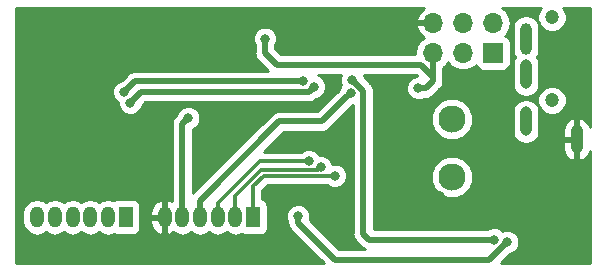
<source format=gtl>
G04 #@! TF.GenerationSoftware,KiCad,Pcbnew,(5.0.2)-1*
G04 #@! TF.CreationDate,2020-04-01T19:52:44+09:00*
G04 #@! TF.ProjectId,controller,636f6e74-726f-46c6-9c65-722e6b696361,rev?*
G04 #@! TF.SameCoordinates,Original*
G04 #@! TF.FileFunction,Copper,L1,Top*
G04 #@! TF.FilePolarity,Positive*
%FSLAX46Y46*%
G04 Gerber Fmt 4.6, Leading zero omitted, Abs format (unit mm)*
G04 Created by KiCad (PCBNEW (5.0.2)-1) date 2020/04/01 19:52:44*
%MOMM*%
%LPD*%
G01*
G04 APERTURE LIST*
G04 #@! TA.AperFunction,ComponentPad*
%ADD10R,1.700000X1.700000*%
G04 #@! TD*
G04 #@! TA.AperFunction,ComponentPad*
%ADD11O,1.700000X1.700000*%
G04 #@! TD*
G04 #@! TA.AperFunction,ComponentPad*
%ADD12C,2.300000*%
G04 #@! TD*
G04 #@! TA.AperFunction,ComponentPad*
%ADD13O,1.000000X2.500000*%
G04 #@! TD*
G04 #@! TA.AperFunction,ComponentPad*
%ADD14O,1.000000X2.700000*%
G04 #@! TD*
G04 #@! TA.AperFunction,ComponentPad*
%ADD15C,1.200000*%
G04 #@! TD*
G04 #@! TA.AperFunction,ComponentPad*
%ADD16O,1.200000X1.800000*%
G04 #@! TD*
G04 #@! TA.AperFunction,ComponentPad*
%ADD17R,1.200000X1.800000*%
G04 #@! TD*
G04 #@! TA.AperFunction,ViaPad*
%ADD18C,0.800000*%
G04 #@! TD*
G04 #@! TA.AperFunction,Conductor*
%ADD19C,0.500000*%
G04 #@! TD*
G04 #@! TA.AperFunction,Conductor*
%ADD20C,0.300000*%
G04 #@! TD*
G04 #@! TA.AperFunction,Conductor*
%ADD21C,0.254000*%
G04 #@! TD*
G04 APERTURE END LIST*
D10*
G04 #@! TO.P,J1,1*
G04 #@! TO.N,/MISO*
X91100000Y-54500000D03*
D11*
G04 #@! TO.P,J1,2*
G04 #@! TO.N,+5V*
X91100000Y-51960000D03*
G04 #@! TO.P,J1,3*
G04 #@! TO.N,/SCK*
X88560000Y-54500000D03*
G04 #@! TO.P,J1,4*
G04 #@! TO.N,/MOSI*
X88560000Y-51960000D03*
G04 #@! TO.P,J1,5*
G04 #@! TO.N,/RESET*
X86020000Y-54500000D03*
G04 #@! TO.P,J1,6*
G04 #@! TO.N,GND*
X86020000Y-51960000D03*
G04 #@! TD*
D12*
G04 #@! TO.P,Y1,1*
G04 #@! TO.N,Net-(C8-Pad1)*
X87600000Y-65000000D03*
G04 #@! TO.P,Y1,2*
G04 #@! TO.N,Net-(C9-Pad1)*
X87600000Y-60100000D03*
G04 #@! TD*
D13*
G04 #@! TO.P,J3,S*
G04 #@! TO.N,GND*
X98200000Y-61800000D03*
G04 #@! TO.P,J3,T*
G04 #@! TO.N,+5V*
X93900000Y-60300000D03*
G04 #@! TO.P,J3,R1*
G04 #@! TO.N,/Rx*
X93900000Y-56300000D03*
D14*
G04 #@! TO.P,J3,R2*
G04 #@! TO.N,/Tx*
X93900000Y-53300000D03*
D15*
G04 #@! TO.P,J3,*
G04 #@! TO.N,*
X96100000Y-51500000D03*
X96100000Y-58500000D03*
G04 #@! TD*
D16*
G04 #@! TO.P,J4,6*
G04 #@! TO.N,/DRAIN*
X52500000Y-68400000D03*
G04 #@! TO.P,J4,5*
G04 #@! TO.N,/MUX_EN*
X54000000Y-68400000D03*
G04 #@! TO.P,J4,4*
G04 #@! TO.N,/MUX_C*
X55500000Y-68400000D03*
G04 #@! TO.P,J4,3*
G04 #@! TO.N,/MUX_B*
X57000000Y-68400000D03*
G04 #@! TO.P,J4,2*
G04 #@! TO.N,/MUX_A*
X58500000Y-68400000D03*
D17*
G04 #@! TO.P,J4,1*
G04 #@! TO.N,+5V*
X60000000Y-68400000D03*
G04 #@! TD*
G04 #@! TO.P,J5,1*
G04 #@! TO.N,/COL_A*
X70800000Y-68400000D03*
D16*
G04 #@! TO.P,J5,2*
G04 #@! TO.N,/COL_B*
X69300000Y-68400000D03*
G04 #@! TO.P,J5,3*
G04 #@! TO.N,/COL_C*
X67800000Y-68400000D03*
G04 #@! TO.P,J5,4*
G04 #@! TO.N,/COL_EN*
X66300000Y-68400000D03*
G04 #@! TO.P,J5,5*
G04 #@! TO.N,/READ*
X64800000Y-68400000D03*
G04 #@! TO.P,J5,6*
G04 #@! TO.N,GND*
X63300000Y-68400000D03*
G04 #@! TD*
D18*
G04 #@! TO.N,GND*
X84900000Y-61900000D03*
X86600000Y-58200000D03*
X86600001Y-66600001D03*
X90072287Y-66600001D03*
X90200000Y-58200000D03*
X92225010Y-61900000D03*
X92225010Y-58887037D03*
G04 #@! TO.N,/READ*
X65300000Y-60000000D03*
G04 #@! TO.N,/COL_EN*
X79048952Y-57851048D03*
G04 #@! TO.N,/COL_C*
X75500000Y-63649979D03*
G04 #@! TO.N,/COL_B*
X76500000Y-64149990D03*
G04 #@! TO.N,/COL_A*
X77700000Y-64900000D03*
G04 #@! TO.N,/RESET*
X84777952Y-57477951D03*
X71800000Y-53300000D03*
G04 #@! TO.N,/CLKLED*
X74600000Y-68300000D03*
X92300000Y-70500000D03*
G04 #@! TO.N,/RXLED*
X91200000Y-70300000D03*
X79200000Y-56800000D03*
G04 #@! TO.N,/D+*
X59900000Y-57800000D03*
X75050010Y-56915644D03*
G04 #@! TO.N,/D-*
X60400000Y-58700000D03*
X75941848Y-57368026D03*
G04 #@! TD*
D19*
G04 #@! TO.N,GND*
X84900000Y-61900000D02*
X84900000Y-59900000D01*
X84900000Y-59900000D02*
X86600000Y-58200000D01*
G04 #@! TO.N,/READ*
X64800000Y-60500000D02*
X64800000Y-68400000D01*
X65300000Y-60000000D02*
X64800000Y-60500000D01*
G04 #@! TO.N,/COL_EN*
X76600000Y-60300000D02*
X78648953Y-58251047D01*
X66300000Y-67000000D02*
X73000000Y-60300000D01*
X66300000Y-68400000D02*
X66300000Y-67000000D01*
X78648953Y-58251047D02*
X79048952Y-57851048D01*
X73000000Y-60300000D02*
X76600000Y-60300000D01*
D20*
G04 #@! TO.N,/COL_C*
X67800000Y-67200000D02*
X71350021Y-63649979D01*
X71350021Y-63649979D02*
X74934315Y-63649979D01*
X74934315Y-63649979D02*
X75500000Y-63649979D01*
X67800000Y-68400000D02*
X67800000Y-67200000D01*
G04 #@! TO.N,/COL_B*
X71492889Y-64399989D02*
X76250001Y-64399989D01*
X76250001Y-64399989D02*
X76500000Y-64149990D01*
X69300000Y-66592878D02*
X71492889Y-64399989D01*
X69300000Y-68400000D02*
X69300000Y-66592878D01*
G04 #@! TO.N,/COL_A*
X70800000Y-68400000D02*
X70800000Y-65800000D01*
X71700000Y-64900000D02*
X77700000Y-64900000D01*
X70800000Y-65800000D02*
X71700000Y-64900000D01*
D19*
G04 #@! TO.N,/RESET*
X86020000Y-55702081D02*
X86000000Y-55722081D01*
X86020000Y-54500000D02*
X86020000Y-55702081D01*
X86000000Y-55722081D02*
X86000000Y-56900000D01*
X85422049Y-57477951D02*
X84777952Y-57477951D01*
X86000000Y-56900000D02*
X85422049Y-57477951D01*
X86000000Y-56900000D02*
X86000000Y-56500000D01*
X86000000Y-56500000D02*
X85000000Y-55500000D01*
X85000000Y-55500000D02*
X72800000Y-55500000D01*
X72800000Y-55500000D02*
X71800000Y-54500000D01*
X71800000Y-54500000D02*
X71800000Y-53300000D01*
G04 #@! TO.N,/CLKLED*
X74600000Y-68865685D02*
X77734315Y-72000000D01*
X74600000Y-68300000D02*
X74600000Y-68865685D01*
X77734315Y-72000000D02*
X90800000Y-72000000D01*
X90800000Y-72000000D02*
X92300000Y-70500000D01*
G04 #@! TO.N,/RXLED*
X91200000Y-70300000D02*
X90634315Y-70300000D01*
X90634315Y-70300000D02*
X80600000Y-70300000D01*
X80600000Y-70300000D02*
X80100000Y-69800000D01*
X80100000Y-57700000D02*
X79200000Y-56800000D01*
X80100000Y-69800000D02*
X80100000Y-57700000D01*
G04 #@! TO.N,/D+*
X59900000Y-57800000D02*
X60784356Y-56915644D01*
X74484325Y-56915644D02*
X75050010Y-56915644D01*
X60784356Y-56915644D02*
X74484325Y-56915644D01*
G04 #@! TO.N,/D-*
X60400000Y-58700000D02*
X61300000Y-57800000D01*
X61300000Y-57800000D02*
X75509874Y-57800000D01*
X75541849Y-57768025D02*
X75941848Y-57368026D01*
X75509874Y-57800000D02*
X75541849Y-57768025D01*
G04 #@! TD*
D21*
G04 #@! TO.N,GND*
G36*
X84824817Y-51078642D02*
X84578514Y-51603108D01*
X84699181Y-51833000D01*
X85893000Y-51833000D01*
X85893000Y-51813000D01*
X86147000Y-51813000D01*
X86147000Y-51833000D01*
X86167000Y-51833000D01*
X86167000Y-52087000D01*
X86147000Y-52087000D01*
X86147000Y-52107000D01*
X85893000Y-52107000D01*
X85893000Y-52087000D01*
X84699181Y-52087000D01*
X84578514Y-52316892D01*
X84824817Y-52841358D01*
X85249786Y-53228647D01*
X84949375Y-53429375D01*
X84621161Y-53920582D01*
X84505908Y-54500000D01*
X84528783Y-54615000D01*
X73166579Y-54615000D01*
X72685000Y-54133422D01*
X72685000Y-53868007D01*
X72835000Y-53505874D01*
X72835000Y-53094126D01*
X72677431Y-52713720D01*
X72386280Y-52422569D01*
X72005874Y-52265000D01*
X71594126Y-52265000D01*
X71213720Y-52422569D01*
X70922569Y-52713720D01*
X70765000Y-53094126D01*
X70765000Y-53505874D01*
X70915001Y-53868008D01*
X70915000Y-54412839D01*
X70897663Y-54500000D01*
X70915000Y-54587161D01*
X70915000Y-54587164D01*
X70966348Y-54845309D01*
X71161951Y-55138049D01*
X71235847Y-55187425D01*
X72079065Y-56030644D01*
X60871515Y-56030644D01*
X60784355Y-56013307D01*
X60697195Y-56030644D01*
X60697191Y-56030644D01*
X60439046Y-56081992D01*
X60439044Y-56081993D01*
X60439045Y-56081993D01*
X60220201Y-56228220D01*
X60220200Y-56228221D01*
X60146307Y-56277595D01*
X60096933Y-56351488D01*
X59675852Y-56772569D01*
X59313720Y-56922569D01*
X59022569Y-57213720D01*
X58865000Y-57594126D01*
X58865000Y-58005874D01*
X59022569Y-58386280D01*
X59313720Y-58677431D01*
X59365000Y-58698672D01*
X59365000Y-58905874D01*
X59522569Y-59286280D01*
X59813720Y-59577431D01*
X60194126Y-59735000D01*
X60605874Y-59735000D01*
X60986280Y-59577431D01*
X61277431Y-59286280D01*
X61427431Y-58924148D01*
X61666579Y-58685000D01*
X75422713Y-58685000D01*
X75509874Y-58702337D01*
X75597035Y-58685000D01*
X75597039Y-58685000D01*
X75855184Y-58633652D01*
X76147923Y-58438049D01*
X76180357Y-58389508D01*
X76528128Y-58245457D01*
X76819279Y-57954306D01*
X76976848Y-57573900D01*
X76976848Y-57162152D01*
X76819279Y-56781746D01*
X76528128Y-56490595D01*
X76273199Y-56385000D01*
X78251623Y-56385000D01*
X78165000Y-56594126D01*
X78165000Y-57005874D01*
X78242738Y-57193551D01*
X78171521Y-57264768D01*
X78021522Y-57626899D01*
X76233422Y-59415000D01*
X73087161Y-59415000D01*
X73000000Y-59397663D01*
X72912839Y-59415000D01*
X72912835Y-59415000D01*
X72654690Y-59466348D01*
X72435845Y-59612576D01*
X72435844Y-59612577D01*
X72361951Y-59661951D01*
X72312577Y-59735844D01*
X65735845Y-66312577D01*
X65685000Y-66346551D01*
X65685000Y-60960804D01*
X65886280Y-60877431D01*
X66177431Y-60586280D01*
X66335000Y-60205874D01*
X66335000Y-59794126D01*
X66177431Y-59413720D01*
X65886280Y-59122569D01*
X65505874Y-58965000D01*
X65094126Y-58965000D01*
X64713720Y-59122569D01*
X64422569Y-59413720D01*
X64272569Y-59775853D01*
X64235847Y-59812575D01*
X64161951Y-59861951D01*
X63966348Y-60154691D01*
X63915000Y-60412836D01*
X63915000Y-60412839D01*
X63897663Y-60500000D01*
X63915000Y-60587161D01*
X63915001Y-67047799D01*
X63655281Y-66910408D01*
X63617609Y-66906538D01*
X63427000Y-67031269D01*
X63427000Y-68273000D01*
X63447000Y-68273000D01*
X63447000Y-68527000D01*
X63427000Y-68527000D01*
X63427000Y-69768731D01*
X63617609Y-69893462D01*
X63655281Y-69889592D01*
X64047160Y-69682290D01*
X64318127Y-69863344D01*
X64800000Y-69959195D01*
X65281872Y-69863344D01*
X65550000Y-69684187D01*
X65818127Y-69863344D01*
X66300000Y-69959195D01*
X66781872Y-69863344D01*
X67050000Y-69684187D01*
X67318127Y-69863344D01*
X67800000Y-69959195D01*
X68281872Y-69863344D01*
X68550000Y-69684187D01*
X68818127Y-69863344D01*
X69300000Y-69959195D01*
X69781872Y-69863344D01*
X69841003Y-69823834D01*
X69952235Y-69898157D01*
X70200000Y-69947440D01*
X71400000Y-69947440D01*
X71647765Y-69898157D01*
X71857809Y-69757809D01*
X71998157Y-69547765D01*
X72047440Y-69300000D01*
X72047440Y-67500000D01*
X71998157Y-67252235D01*
X71857809Y-67042191D01*
X71647765Y-66901843D01*
X71585000Y-66889358D01*
X71585000Y-66125157D01*
X72025158Y-65685000D01*
X77021289Y-65685000D01*
X77113720Y-65777431D01*
X77494126Y-65935000D01*
X77905874Y-65935000D01*
X78286280Y-65777431D01*
X78577431Y-65486280D01*
X78735000Y-65105874D01*
X78735000Y-64694126D01*
X78577431Y-64313720D01*
X78286280Y-64022569D01*
X77905874Y-63865000D01*
X77502229Y-63865000D01*
X77377431Y-63563710D01*
X77086280Y-63272559D01*
X76705874Y-63114990D01*
X76398676Y-63114990D01*
X76377431Y-63063699D01*
X76086280Y-62772548D01*
X75705874Y-62614979D01*
X75294126Y-62614979D01*
X74913720Y-62772548D01*
X74821289Y-62864979D01*
X71686600Y-62864979D01*
X73366579Y-61185000D01*
X76512839Y-61185000D01*
X76600000Y-61202337D01*
X76687161Y-61185000D01*
X76687165Y-61185000D01*
X76945310Y-61133652D01*
X77238049Y-60938049D01*
X77287425Y-60864153D01*
X79215001Y-58936578D01*
X79215000Y-69712839D01*
X79197663Y-69800000D01*
X79215000Y-69887161D01*
X79215000Y-69887164D01*
X79266348Y-70145309D01*
X79461951Y-70438049D01*
X79535847Y-70487425D01*
X79912575Y-70864153D01*
X79961951Y-70938049D01*
X80226775Y-71115000D01*
X78100894Y-71115000D01*
X75593048Y-68607155D01*
X75635000Y-68505874D01*
X75635000Y-68094126D01*
X75477431Y-67713720D01*
X75186280Y-67422569D01*
X74805874Y-67265000D01*
X74394126Y-67265000D01*
X74013720Y-67422569D01*
X73722569Y-67713720D01*
X73565000Y-68094126D01*
X73565000Y-68505874D01*
X73702975Y-68838977D01*
X73697663Y-68865685D01*
X73715000Y-68952846D01*
X73715000Y-68952850D01*
X73766348Y-69210995D01*
X73819103Y-69289947D01*
X73907719Y-69422569D01*
X73961952Y-69503734D01*
X74035845Y-69553108D01*
X76772736Y-72290000D01*
X50710000Y-72290000D01*
X50710000Y-67978364D01*
X51265000Y-67978364D01*
X51265000Y-68821635D01*
X51336656Y-69181872D01*
X51609615Y-69590385D01*
X52018127Y-69863344D01*
X52500000Y-69959195D01*
X52981872Y-69863344D01*
X53250000Y-69684187D01*
X53518127Y-69863344D01*
X54000000Y-69959195D01*
X54481872Y-69863344D01*
X54750000Y-69684187D01*
X55018127Y-69863344D01*
X55500000Y-69959195D01*
X55981872Y-69863344D01*
X56250000Y-69684187D01*
X56518127Y-69863344D01*
X57000000Y-69959195D01*
X57481872Y-69863344D01*
X57750000Y-69684187D01*
X58018127Y-69863344D01*
X58500000Y-69959195D01*
X58981872Y-69863344D01*
X59041003Y-69823834D01*
X59152235Y-69898157D01*
X59400000Y-69947440D01*
X60600000Y-69947440D01*
X60847765Y-69898157D01*
X61057809Y-69757809D01*
X61198157Y-69547765D01*
X61247440Y-69300000D01*
X61247440Y-68527000D01*
X62065000Y-68527000D01*
X62065000Y-68827000D01*
X62207610Y-69289947D01*
X62516526Y-69663080D01*
X62944719Y-69889592D01*
X62982391Y-69893462D01*
X63173000Y-69768731D01*
X63173000Y-68527000D01*
X62065000Y-68527000D01*
X61247440Y-68527000D01*
X61247440Y-67973000D01*
X62065000Y-67973000D01*
X62065000Y-68273000D01*
X63173000Y-68273000D01*
X63173000Y-67031269D01*
X62982391Y-66906538D01*
X62944719Y-66910408D01*
X62516526Y-67136920D01*
X62207610Y-67510053D01*
X62065000Y-67973000D01*
X61247440Y-67973000D01*
X61247440Y-67500000D01*
X61198157Y-67252235D01*
X61057809Y-67042191D01*
X60847765Y-66901843D01*
X60600000Y-66852560D01*
X59400000Y-66852560D01*
X59152235Y-66901843D01*
X59041004Y-66976166D01*
X58981873Y-66936656D01*
X58500000Y-66840805D01*
X58018128Y-66936656D01*
X57750001Y-67115813D01*
X57481873Y-66936656D01*
X57000000Y-66840805D01*
X56518128Y-66936656D01*
X56250001Y-67115813D01*
X55981873Y-66936656D01*
X55500000Y-66840805D01*
X55018128Y-66936656D01*
X54750001Y-67115813D01*
X54481873Y-66936656D01*
X54000000Y-66840805D01*
X53518128Y-66936656D01*
X53250001Y-67115813D01*
X52981873Y-66936656D01*
X52500000Y-66840805D01*
X52018128Y-66936656D01*
X51609616Y-67209615D01*
X51336656Y-67618127D01*
X51265000Y-67978364D01*
X50710000Y-67978364D01*
X50710000Y-50710000D01*
X85229325Y-50710000D01*
X84824817Y-51078642D01*
X84824817Y-51078642D01*
G37*
X84824817Y-51078642D02*
X84578514Y-51603108D01*
X84699181Y-51833000D01*
X85893000Y-51833000D01*
X85893000Y-51813000D01*
X86147000Y-51813000D01*
X86147000Y-51833000D01*
X86167000Y-51833000D01*
X86167000Y-52087000D01*
X86147000Y-52087000D01*
X86147000Y-52107000D01*
X85893000Y-52107000D01*
X85893000Y-52087000D01*
X84699181Y-52087000D01*
X84578514Y-52316892D01*
X84824817Y-52841358D01*
X85249786Y-53228647D01*
X84949375Y-53429375D01*
X84621161Y-53920582D01*
X84505908Y-54500000D01*
X84528783Y-54615000D01*
X73166579Y-54615000D01*
X72685000Y-54133422D01*
X72685000Y-53868007D01*
X72835000Y-53505874D01*
X72835000Y-53094126D01*
X72677431Y-52713720D01*
X72386280Y-52422569D01*
X72005874Y-52265000D01*
X71594126Y-52265000D01*
X71213720Y-52422569D01*
X70922569Y-52713720D01*
X70765000Y-53094126D01*
X70765000Y-53505874D01*
X70915001Y-53868008D01*
X70915000Y-54412839D01*
X70897663Y-54500000D01*
X70915000Y-54587161D01*
X70915000Y-54587164D01*
X70966348Y-54845309D01*
X71161951Y-55138049D01*
X71235847Y-55187425D01*
X72079065Y-56030644D01*
X60871515Y-56030644D01*
X60784355Y-56013307D01*
X60697195Y-56030644D01*
X60697191Y-56030644D01*
X60439046Y-56081992D01*
X60439044Y-56081993D01*
X60439045Y-56081993D01*
X60220201Y-56228220D01*
X60220200Y-56228221D01*
X60146307Y-56277595D01*
X60096933Y-56351488D01*
X59675852Y-56772569D01*
X59313720Y-56922569D01*
X59022569Y-57213720D01*
X58865000Y-57594126D01*
X58865000Y-58005874D01*
X59022569Y-58386280D01*
X59313720Y-58677431D01*
X59365000Y-58698672D01*
X59365000Y-58905874D01*
X59522569Y-59286280D01*
X59813720Y-59577431D01*
X60194126Y-59735000D01*
X60605874Y-59735000D01*
X60986280Y-59577431D01*
X61277431Y-59286280D01*
X61427431Y-58924148D01*
X61666579Y-58685000D01*
X75422713Y-58685000D01*
X75509874Y-58702337D01*
X75597035Y-58685000D01*
X75597039Y-58685000D01*
X75855184Y-58633652D01*
X76147923Y-58438049D01*
X76180357Y-58389508D01*
X76528128Y-58245457D01*
X76819279Y-57954306D01*
X76976848Y-57573900D01*
X76976848Y-57162152D01*
X76819279Y-56781746D01*
X76528128Y-56490595D01*
X76273199Y-56385000D01*
X78251623Y-56385000D01*
X78165000Y-56594126D01*
X78165000Y-57005874D01*
X78242738Y-57193551D01*
X78171521Y-57264768D01*
X78021522Y-57626899D01*
X76233422Y-59415000D01*
X73087161Y-59415000D01*
X73000000Y-59397663D01*
X72912839Y-59415000D01*
X72912835Y-59415000D01*
X72654690Y-59466348D01*
X72435845Y-59612576D01*
X72435844Y-59612577D01*
X72361951Y-59661951D01*
X72312577Y-59735844D01*
X65735845Y-66312577D01*
X65685000Y-66346551D01*
X65685000Y-60960804D01*
X65886280Y-60877431D01*
X66177431Y-60586280D01*
X66335000Y-60205874D01*
X66335000Y-59794126D01*
X66177431Y-59413720D01*
X65886280Y-59122569D01*
X65505874Y-58965000D01*
X65094126Y-58965000D01*
X64713720Y-59122569D01*
X64422569Y-59413720D01*
X64272569Y-59775853D01*
X64235847Y-59812575D01*
X64161951Y-59861951D01*
X63966348Y-60154691D01*
X63915000Y-60412836D01*
X63915000Y-60412839D01*
X63897663Y-60500000D01*
X63915000Y-60587161D01*
X63915001Y-67047799D01*
X63655281Y-66910408D01*
X63617609Y-66906538D01*
X63427000Y-67031269D01*
X63427000Y-68273000D01*
X63447000Y-68273000D01*
X63447000Y-68527000D01*
X63427000Y-68527000D01*
X63427000Y-69768731D01*
X63617609Y-69893462D01*
X63655281Y-69889592D01*
X64047160Y-69682290D01*
X64318127Y-69863344D01*
X64800000Y-69959195D01*
X65281872Y-69863344D01*
X65550000Y-69684187D01*
X65818127Y-69863344D01*
X66300000Y-69959195D01*
X66781872Y-69863344D01*
X67050000Y-69684187D01*
X67318127Y-69863344D01*
X67800000Y-69959195D01*
X68281872Y-69863344D01*
X68550000Y-69684187D01*
X68818127Y-69863344D01*
X69300000Y-69959195D01*
X69781872Y-69863344D01*
X69841003Y-69823834D01*
X69952235Y-69898157D01*
X70200000Y-69947440D01*
X71400000Y-69947440D01*
X71647765Y-69898157D01*
X71857809Y-69757809D01*
X71998157Y-69547765D01*
X72047440Y-69300000D01*
X72047440Y-67500000D01*
X71998157Y-67252235D01*
X71857809Y-67042191D01*
X71647765Y-66901843D01*
X71585000Y-66889358D01*
X71585000Y-66125157D01*
X72025158Y-65685000D01*
X77021289Y-65685000D01*
X77113720Y-65777431D01*
X77494126Y-65935000D01*
X77905874Y-65935000D01*
X78286280Y-65777431D01*
X78577431Y-65486280D01*
X78735000Y-65105874D01*
X78735000Y-64694126D01*
X78577431Y-64313720D01*
X78286280Y-64022569D01*
X77905874Y-63865000D01*
X77502229Y-63865000D01*
X77377431Y-63563710D01*
X77086280Y-63272559D01*
X76705874Y-63114990D01*
X76398676Y-63114990D01*
X76377431Y-63063699D01*
X76086280Y-62772548D01*
X75705874Y-62614979D01*
X75294126Y-62614979D01*
X74913720Y-62772548D01*
X74821289Y-62864979D01*
X71686600Y-62864979D01*
X73366579Y-61185000D01*
X76512839Y-61185000D01*
X76600000Y-61202337D01*
X76687161Y-61185000D01*
X76687165Y-61185000D01*
X76945310Y-61133652D01*
X77238049Y-60938049D01*
X77287425Y-60864153D01*
X79215001Y-58936578D01*
X79215000Y-69712839D01*
X79197663Y-69800000D01*
X79215000Y-69887161D01*
X79215000Y-69887164D01*
X79266348Y-70145309D01*
X79461951Y-70438049D01*
X79535847Y-70487425D01*
X79912575Y-70864153D01*
X79961951Y-70938049D01*
X80226775Y-71115000D01*
X78100894Y-71115000D01*
X75593048Y-68607155D01*
X75635000Y-68505874D01*
X75635000Y-68094126D01*
X75477431Y-67713720D01*
X75186280Y-67422569D01*
X74805874Y-67265000D01*
X74394126Y-67265000D01*
X74013720Y-67422569D01*
X73722569Y-67713720D01*
X73565000Y-68094126D01*
X73565000Y-68505874D01*
X73702975Y-68838977D01*
X73697663Y-68865685D01*
X73715000Y-68952846D01*
X73715000Y-68952850D01*
X73766348Y-69210995D01*
X73819103Y-69289947D01*
X73907719Y-69422569D01*
X73961952Y-69503734D01*
X74035845Y-69553108D01*
X76772736Y-72290000D01*
X50710000Y-72290000D01*
X50710000Y-67978364D01*
X51265000Y-67978364D01*
X51265000Y-68821635D01*
X51336656Y-69181872D01*
X51609615Y-69590385D01*
X52018127Y-69863344D01*
X52500000Y-69959195D01*
X52981872Y-69863344D01*
X53250000Y-69684187D01*
X53518127Y-69863344D01*
X54000000Y-69959195D01*
X54481872Y-69863344D01*
X54750000Y-69684187D01*
X55018127Y-69863344D01*
X55500000Y-69959195D01*
X55981872Y-69863344D01*
X56250000Y-69684187D01*
X56518127Y-69863344D01*
X57000000Y-69959195D01*
X57481872Y-69863344D01*
X57750000Y-69684187D01*
X58018127Y-69863344D01*
X58500000Y-69959195D01*
X58981872Y-69863344D01*
X59041003Y-69823834D01*
X59152235Y-69898157D01*
X59400000Y-69947440D01*
X60600000Y-69947440D01*
X60847765Y-69898157D01*
X61057809Y-69757809D01*
X61198157Y-69547765D01*
X61247440Y-69300000D01*
X61247440Y-68527000D01*
X62065000Y-68527000D01*
X62065000Y-68827000D01*
X62207610Y-69289947D01*
X62516526Y-69663080D01*
X62944719Y-69889592D01*
X62982391Y-69893462D01*
X63173000Y-69768731D01*
X63173000Y-68527000D01*
X62065000Y-68527000D01*
X61247440Y-68527000D01*
X61247440Y-67973000D01*
X62065000Y-67973000D01*
X62065000Y-68273000D01*
X63173000Y-68273000D01*
X63173000Y-67031269D01*
X62982391Y-66906538D01*
X62944719Y-66910408D01*
X62516526Y-67136920D01*
X62207610Y-67510053D01*
X62065000Y-67973000D01*
X61247440Y-67973000D01*
X61247440Y-67500000D01*
X61198157Y-67252235D01*
X61057809Y-67042191D01*
X60847765Y-66901843D01*
X60600000Y-66852560D01*
X59400000Y-66852560D01*
X59152235Y-66901843D01*
X59041004Y-66976166D01*
X58981873Y-66936656D01*
X58500000Y-66840805D01*
X58018128Y-66936656D01*
X57750001Y-67115813D01*
X57481873Y-66936656D01*
X57000000Y-66840805D01*
X56518128Y-66936656D01*
X56250001Y-67115813D01*
X55981873Y-66936656D01*
X55500000Y-66840805D01*
X55018128Y-66936656D01*
X54750001Y-67115813D01*
X54481873Y-66936656D01*
X54000000Y-66840805D01*
X53518128Y-66936656D01*
X53250001Y-67115813D01*
X52981873Y-66936656D01*
X52500000Y-66840805D01*
X52018128Y-66936656D01*
X51609616Y-67209615D01*
X51336656Y-67618127D01*
X51265000Y-67978364D01*
X50710000Y-67978364D01*
X50710000Y-50710000D01*
X85229325Y-50710000D01*
X84824817Y-51078642D01*
G36*
X95053018Y-50800429D02*
X94865000Y-51254343D01*
X94865000Y-51745657D01*
X95053018Y-52199571D01*
X95400429Y-52546982D01*
X95854343Y-52735000D01*
X96345657Y-52735000D01*
X96799571Y-52546982D01*
X97146982Y-52199571D01*
X97335000Y-51745657D01*
X97335000Y-51254343D01*
X97146982Y-50800429D01*
X97056553Y-50710000D01*
X99290001Y-50710000D01*
X99290001Y-60781440D01*
X99200002Y-60498322D01*
X98912763Y-60157632D01*
X98501874Y-59955881D01*
X98327000Y-60082046D01*
X98327000Y-61673000D01*
X98347000Y-61673000D01*
X98347000Y-61927000D01*
X98327000Y-61927000D01*
X98327000Y-63517954D01*
X98501874Y-63644119D01*
X98912763Y-63442368D01*
X99200002Y-63101678D01*
X99290000Y-62818560D01*
X99290000Y-72290000D01*
X91761578Y-72290000D01*
X92524148Y-71527431D01*
X92886280Y-71377431D01*
X93177431Y-71086280D01*
X93335000Y-70705874D01*
X93335000Y-70294126D01*
X93177431Y-69913720D01*
X92886280Y-69622569D01*
X92505874Y-69465000D01*
X92094126Y-69465000D01*
X91906449Y-69542738D01*
X91786280Y-69422569D01*
X91405874Y-69265000D01*
X90994126Y-69265000D01*
X90631993Y-69415000D01*
X80985000Y-69415000D01*
X80985000Y-64644941D01*
X85815000Y-64644941D01*
X85815000Y-65355059D01*
X86086750Y-66011121D01*
X86588879Y-66513250D01*
X87244941Y-66785000D01*
X87955059Y-66785000D01*
X88611121Y-66513250D01*
X89113250Y-66011121D01*
X89385000Y-65355059D01*
X89385000Y-64644941D01*
X89113250Y-63988879D01*
X88611121Y-63486750D01*
X87955059Y-63215000D01*
X87244941Y-63215000D01*
X86588879Y-63486750D01*
X86086750Y-63988879D01*
X85815000Y-64644941D01*
X80985000Y-64644941D01*
X80985000Y-59744941D01*
X85815000Y-59744941D01*
X85815000Y-60455059D01*
X86086750Y-61111121D01*
X86588879Y-61613250D01*
X87244941Y-61885000D01*
X87955059Y-61885000D01*
X88611121Y-61613250D01*
X89113250Y-61111121D01*
X89385000Y-60455059D01*
X89385000Y-59744941D01*
X89257951Y-59438217D01*
X92765000Y-59438217D01*
X92765000Y-61161782D01*
X92830854Y-61492854D01*
X93081711Y-61868289D01*
X93457145Y-62119146D01*
X93900000Y-62207235D01*
X94342854Y-62119146D01*
X94630421Y-61927000D01*
X97065000Y-61927000D01*
X97065000Y-62677000D01*
X97199998Y-63101678D01*
X97487237Y-63442368D01*
X97898126Y-63644119D01*
X98073000Y-63517954D01*
X98073000Y-61927000D01*
X97065000Y-61927000D01*
X94630421Y-61927000D01*
X94718289Y-61868289D01*
X94969146Y-61492855D01*
X95035000Y-61161783D01*
X95035000Y-60923000D01*
X97065000Y-60923000D01*
X97065000Y-61673000D01*
X98073000Y-61673000D01*
X98073000Y-60082046D01*
X97898126Y-59955881D01*
X97487237Y-60157632D01*
X97199998Y-60498322D01*
X97065000Y-60923000D01*
X95035000Y-60923000D01*
X95035000Y-59438217D01*
X94969146Y-59107145D01*
X94718289Y-58731711D01*
X94342855Y-58480854D01*
X93900000Y-58392765D01*
X93457146Y-58480854D01*
X93081712Y-58731711D01*
X92830855Y-59107145D01*
X92765000Y-59438217D01*
X89257951Y-59438217D01*
X89113250Y-59088879D01*
X88611121Y-58586750D01*
X87955059Y-58315000D01*
X87244941Y-58315000D01*
X86588879Y-58586750D01*
X86086750Y-59088879D01*
X85815000Y-59744941D01*
X80985000Y-59744941D01*
X80985000Y-57787159D01*
X81002337Y-57699999D01*
X80985000Y-57612839D01*
X80985000Y-57612835D01*
X80933652Y-57354690D01*
X80838977Y-57212999D01*
X80787424Y-57135845D01*
X80787423Y-57135844D01*
X80738049Y-57061951D01*
X80664156Y-57012577D01*
X80227431Y-56575852D01*
X80148377Y-56385000D01*
X84633422Y-56385000D01*
X84691373Y-56442951D01*
X84572078Y-56442951D01*
X84191672Y-56600520D01*
X83900521Y-56891671D01*
X83742952Y-57272077D01*
X83742952Y-57683825D01*
X83900521Y-58064231D01*
X84191672Y-58355382D01*
X84572078Y-58512951D01*
X84983826Y-58512951D01*
X85342367Y-58364439D01*
X85422049Y-58380288D01*
X85509210Y-58362951D01*
X85509214Y-58362951D01*
X85767359Y-58311603D01*
X85853054Y-58254343D01*
X94865000Y-58254343D01*
X94865000Y-58745657D01*
X95053018Y-59199571D01*
X95400429Y-59546982D01*
X95854343Y-59735000D01*
X96345657Y-59735000D01*
X96799571Y-59546982D01*
X97146982Y-59199571D01*
X97335000Y-58745657D01*
X97335000Y-58254343D01*
X97146982Y-57800429D01*
X96799571Y-57453018D01*
X96345657Y-57265000D01*
X95854343Y-57265000D01*
X95400429Y-57453018D01*
X95053018Y-57800429D01*
X94865000Y-58254343D01*
X85853054Y-58254343D01*
X86060098Y-58116000D01*
X86109474Y-58042105D01*
X86564156Y-57587423D01*
X86638049Y-57538049D01*
X86693748Y-57454691D01*
X86820495Y-57265000D01*
X86833652Y-57245310D01*
X86885000Y-56987165D01*
X86885000Y-56987161D01*
X86902337Y-56900001D01*
X86885000Y-56812841D01*
X86885000Y-56587161D01*
X86902337Y-56500000D01*
X86885000Y-56412839D01*
X86885000Y-55889793D01*
X86905000Y-55789246D01*
X86905000Y-55789241D01*
X86922337Y-55702082D01*
X86918999Y-55685302D01*
X87090625Y-55570625D01*
X87290000Y-55272239D01*
X87489375Y-55570625D01*
X87980582Y-55898839D01*
X88413744Y-55985000D01*
X88706256Y-55985000D01*
X89139418Y-55898839D01*
X89630625Y-55570625D01*
X89642816Y-55552381D01*
X89651843Y-55597765D01*
X89792191Y-55807809D01*
X90002235Y-55948157D01*
X90250000Y-55997440D01*
X91950000Y-55997440D01*
X92197765Y-55948157D01*
X92407809Y-55807809D01*
X92548157Y-55597765D01*
X92597440Y-55350000D01*
X92597440Y-53650000D01*
X92548157Y-53402235D01*
X92407809Y-53192191D01*
X92197765Y-53051843D01*
X92152381Y-53042816D01*
X92170625Y-53030625D01*
X92498839Y-52539418D01*
X92538860Y-52338217D01*
X92765000Y-52338217D01*
X92765000Y-54261782D01*
X92830854Y-54592854D01*
X93002673Y-54850001D01*
X92830855Y-55107145D01*
X92765000Y-55438217D01*
X92765000Y-57161782D01*
X92830854Y-57492854D01*
X93081711Y-57868289D01*
X93457145Y-58119146D01*
X93900000Y-58207235D01*
X94342854Y-58119146D01*
X94718289Y-57868289D01*
X94969146Y-57492855D01*
X95035000Y-57161783D01*
X95035000Y-55438217D01*
X94969146Y-55107145D01*
X94797327Y-54850000D01*
X94969146Y-54592855D01*
X95035000Y-54261783D01*
X95035000Y-52338217D01*
X94969146Y-52007145D01*
X94718289Y-51631711D01*
X94342855Y-51380854D01*
X93900000Y-51292765D01*
X93457146Y-51380854D01*
X93081712Y-51631711D01*
X92830855Y-52007145D01*
X92765000Y-52338217D01*
X92538860Y-52338217D01*
X92614092Y-51960000D01*
X92498839Y-51380582D01*
X92170625Y-50889375D01*
X91902171Y-50710000D01*
X95143447Y-50710000D01*
X95053018Y-50800429D01*
X95053018Y-50800429D01*
G37*
X95053018Y-50800429D02*
X94865000Y-51254343D01*
X94865000Y-51745657D01*
X95053018Y-52199571D01*
X95400429Y-52546982D01*
X95854343Y-52735000D01*
X96345657Y-52735000D01*
X96799571Y-52546982D01*
X97146982Y-52199571D01*
X97335000Y-51745657D01*
X97335000Y-51254343D01*
X97146982Y-50800429D01*
X97056553Y-50710000D01*
X99290001Y-50710000D01*
X99290001Y-60781440D01*
X99200002Y-60498322D01*
X98912763Y-60157632D01*
X98501874Y-59955881D01*
X98327000Y-60082046D01*
X98327000Y-61673000D01*
X98347000Y-61673000D01*
X98347000Y-61927000D01*
X98327000Y-61927000D01*
X98327000Y-63517954D01*
X98501874Y-63644119D01*
X98912763Y-63442368D01*
X99200002Y-63101678D01*
X99290000Y-62818560D01*
X99290000Y-72290000D01*
X91761578Y-72290000D01*
X92524148Y-71527431D01*
X92886280Y-71377431D01*
X93177431Y-71086280D01*
X93335000Y-70705874D01*
X93335000Y-70294126D01*
X93177431Y-69913720D01*
X92886280Y-69622569D01*
X92505874Y-69465000D01*
X92094126Y-69465000D01*
X91906449Y-69542738D01*
X91786280Y-69422569D01*
X91405874Y-69265000D01*
X90994126Y-69265000D01*
X90631993Y-69415000D01*
X80985000Y-69415000D01*
X80985000Y-64644941D01*
X85815000Y-64644941D01*
X85815000Y-65355059D01*
X86086750Y-66011121D01*
X86588879Y-66513250D01*
X87244941Y-66785000D01*
X87955059Y-66785000D01*
X88611121Y-66513250D01*
X89113250Y-66011121D01*
X89385000Y-65355059D01*
X89385000Y-64644941D01*
X89113250Y-63988879D01*
X88611121Y-63486750D01*
X87955059Y-63215000D01*
X87244941Y-63215000D01*
X86588879Y-63486750D01*
X86086750Y-63988879D01*
X85815000Y-64644941D01*
X80985000Y-64644941D01*
X80985000Y-59744941D01*
X85815000Y-59744941D01*
X85815000Y-60455059D01*
X86086750Y-61111121D01*
X86588879Y-61613250D01*
X87244941Y-61885000D01*
X87955059Y-61885000D01*
X88611121Y-61613250D01*
X89113250Y-61111121D01*
X89385000Y-60455059D01*
X89385000Y-59744941D01*
X89257951Y-59438217D01*
X92765000Y-59438217D01*
X92765000Y-61161782D01*
X92830854Y-61492854D01*
X93081711Y-61868289D01*
X93457145Y-62119146D01*
X93900000Y-62207235D01*
X94342854Y-62119146D01*
X94630421Y-61927000D01*
X97065000Y-61927000D01*
X97065000Y-62677000D01*
X97199998Y-63101678D01*
X97487237Y-63442368D01*
X97898126Y-63644119D01*
X98073000Y-63517954D01*
X98073000Y-61927000D01*
X97065000Y-61927000D01*
X94630421Y-61927000D01*
X94718289Y-61868289D01*
X94969146Y-61492855D01*
X95035000Y-61161783D01*
X95035000Y-60923000D01*
X97065000Y-60923000D01*
X97065000Y-61673000D01*
X98073000Y-61673000D01*
X98073000Y-60082046D01*
X97898126Y-59955881D01*
X97487237Y-60157632D01*
X97199998Y-60498322D01*
X97065000Y-60923000D01*
X95035000Y-60923000D01*
X95035000Y-59438217D01*
X94969146Y-59107145D01*
X94718289Y-58731711D01*
X94342855Y-58480854D01*
X93900000Y-58392765D01*
X93457146Y-58480854D01*
X93081712Y-58731711D01*
X92830855Y-59107145D01*
X92765000Y-59438217D01*
X89257951Y-59438217D01*
X89113250Y-59088879D01*
X88611121Y-58586750D01*
X87955059Y-58315000D01*
X87244941Y-58315000D01*
X86588879Y-58586750D01*
X86086750Y-59088879D01*
X85815000Y-59744941D01*
X80985000Y-59744941D01*
X80985000Y-57787159D01*
X81002337Y-57699999D01*
X80985000Y-57612839D01*
X80985000Y-57612835D01*
X80933652Y-57354690D01*
X80838977Y-57212999D01*
X80787424Y-57135845D01*
X80787423Y-57135844D01*
X80738049Y-57061951D01*
X80664156Y-57012577D01*
X80227431Y-56575852D01*
X80148377Y-56385000D01*
X84633422Y-56385000D01*
X84691373Y-56442951D01*
X84572078Y-56442951D01*
X84191672Y-56600520D01*
X83900521Y-56891671D01*
X83742952Y-57272077D01*
X83742952Y-57683825D01*
X83900521Y-58064231D01*
X84191672Y-58355382D01*
X84572078Y-58512951D01*
X84983826Y-58512951D01*
X85342367Y-58364439D01*
X85422049Y-58380288D01*
X85509210Y-58362951D01*
X85509214Y-58362951D01*
X85767359Y-58311603D01*
X85853054Y-58254343D01*
X94865000Y-58254343D01*
X94865000Y-58745657D01*
X95053018Y-59199571D01*
X95400429Y-59546982D01*
X95854343Y-59735000D01*
X96345657Y-59735000D01*
X96799571Y-59546982D01*
X97146982Y-59199571D01*
X97335000Y-58745657D01*
X97335000Y-58254343D01*
X97146982Y-57800429D01*
X96799571Y-57453018D01*
X96345657Y-57265000D01*
X95854343Y-57265000D01*
X95400429Y-57453018D01*
X95053018Y-57800429D01*
X94865000Y-58254343D01*
X85853054Y-58254343D01*
X86060098Y-58116000D01*
X86109474Y-58042105D01*
X86564156Y-57587423D01*
X86638049Y-57538049D01*
X86693748Y-57454691D01*
X86820495Y-57265000D01*
X86833652Y-57245310D01*
X86885000Y-56987165D01*
X86885000Y-56987161D01*
X86902337Y-56900001D01*
X86885000Y-56812841D01*
X86885000Y-56587161D01*
X86902337Y-56500000D01*
X86885000Y-56412839D01*
X86885000Y-55889793D01*
X86905000Y-55789246D01*
X86905000Y-55789241D01*
X86922337Y-55702082D01*
X86918999Y-55685302D01*
X87090625Y-55570625D01*
X87290000Y-55272239D01*
X87489375Y-55570625D01*
X87980582Y-55898839D01*
X88413744Y-55985000D01*
X88706256Y-55985000D01*
X89139418Y-55898839D01*
X89630625Y-55570625D01*
X89642816Y-55552381D01*
X89651843Y-55597765D01*
X89792191Y-55807809D01*
X90002235Y-55948157D01*
X90250000Y-55997440D01*
X91950000Y-55997440D01*
X92197765Y-55948157D01*
X92407809Y-55807809D01*
X92548157Y-55597765D01*
X92597440Y-55350000D01*
X92597440Y-53650000D01*
X92548157Y-53402235D01*
X92407809Y-53192191D01*
X92197765Y-53051843D01*
X92152381Y-53042816D01*
X92170625Y-53030625D01*
X92498839Y-52539418D01*
X92538860Y-52338217D01*
X92765000Y-52338217D01*
X92765000Y-54261782D01*
X92830854Y-54592854D01*
X93002673Y-54850001D01*
X92830855Y-55107145D01*
X92765000Y-55438217D01*
X92765000Y-57161782D01*
X92830854Y-57492854D01*
X93081711Y-57868289D01*
X93457145Y-58119146D01*
X93900000Y-58207235D01*
X94342854Y-58119146D01*
X94718289Y-57868289D01*
X94969146Y-57492855D01*
X95035000Y-57161783D01*
X95035000Y-55438217D01*
X94969146Y-55107145D01*
X94797327Y-54850000D01*
X94969146Y-54592855D01*
X95035000Y-54261783D01*
X95035000Y-52338217D01*
X94969146Y-52007145D01*
X94718289Y-51631711D01*
X94342855Y-51380854D01*
X93900000Y-51292765D01*
X93457146Y-51380854D01*
X93081712Y-51631711D01*
X92830855Y-52007145D01*
X92765000Y-52338217D01*
X92538860Y-52338217D01*
X92614092Y-51960000D01*
X92498839Y-51380582D01*
X92170625Y-50889375D01*
X91902171Y-50710000D01*
X95143447Y-50710000D01*
X95053018Y-50800429D01*
G04 #@! TD*
M02*

</source>
